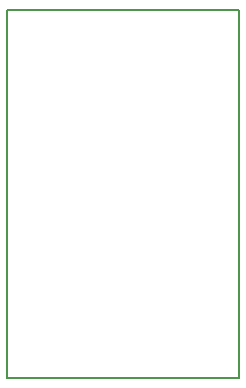
<source format=gm1>
G04 #@! TF.FileFunction,Profile,NP*
%FSLAX46Y46*%
G04 Gerber Fmt 4.6, Leading zero omitted, Abs format (unit mm)*
G04 Created by KiCad (PCBNEW 4.0.7-e1-6374~58~ubuntu16.04.1) date Wed Aug  2 21:48:17 2017*
%MOMM*%
%LPD*%
G01*
G04 APERTURE LIST*
%ADD10C,0.100000*%
%ADD11C,0.150000*%
G04 APERTURE END LIST*
D10*
D11*
X143510000Y-91440000D02*
X163195000Y-91440000D01*
X143510000Y-122555000D02*
X143510000Y-91440000D01*
X163195000Y-122555000D02*
X143510000Y-122555000D01*
X163195000Y-91440000D02*
X163195000Y-122555000D01*
M02*

</source>
